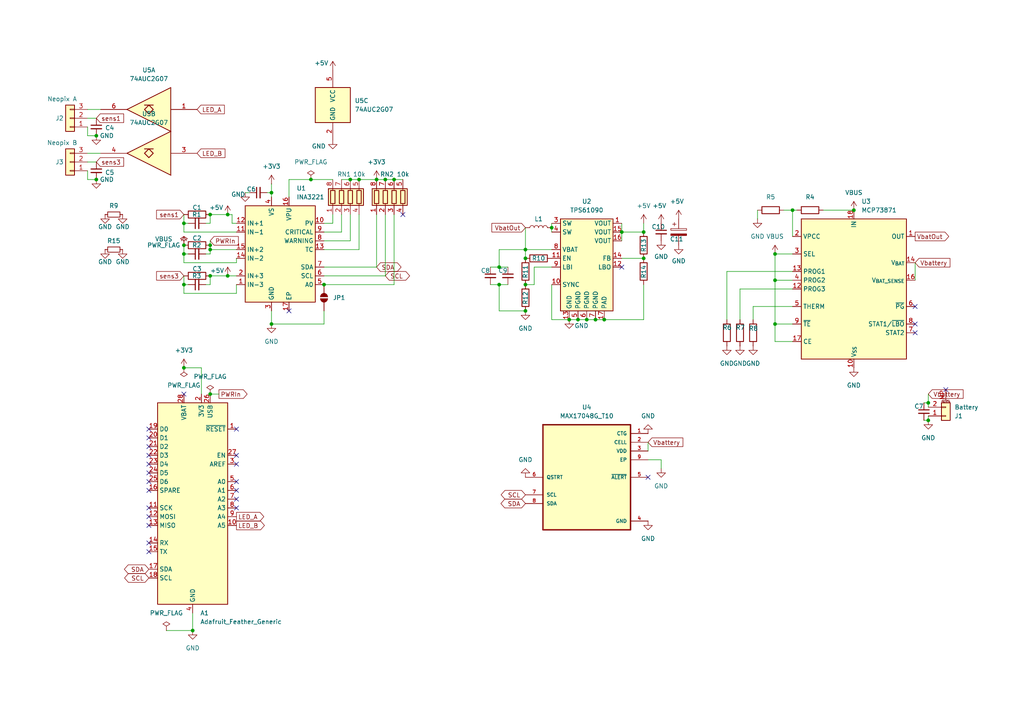
<source format=kicad_sch>
(kicad_sch (version 20231120) (generator "eeschema") (generator_version "8.0")
  (paper "A4")
  (lib_symbols
    (symbol "74xGxx:74AUC2G07"
      (property "Reference" "U" (at -2.54 3.81 0))
      (property "Value" "74AUC2G07" (at 0 -3.81 0))
      (symbol "74AUC2G07_1_1"
        (polyline (pts (xy -2.54 -1.27) (xy 0 -1.27)) (stroke (width 0.254)) (fill (type background)))
        (polyline (pts (xy -7.62 6.35) (xy -7.62 -6.35) (xy 5.08 0) (xy -7.62 6.35)) (stroke (width 0.254)) (fill (type background)))
        (polyline (pts (xy -1.27 1.27) (xy -2.54 0) (xy -1.27 -1.27) (xy 0 0) (xy -1.27 1.27)) (stroke (width 0.254)) (fill (type background)))
        (pin input line (at -15.24 0 0) (length 7.62) (name "~") (number "1"))
        (pin open_collector line (at 12.7 0 180) (length 7.62) (name "~") (number "6"))
      )
      (symbol "74AUC2G07_2_1"
        (polyline (pts (xy -2.54 -1.27) (xy 0 -1.27)) (stroke (width 0.254)) (fill (type background)))
        (polyline (pts (xy -7.62 6.35) (xy -7.62 -6.35) (xy 5.08 0) (xy -7.62 6.35)) (stroke (width 0.254)) (fill (type background)))
        (polyline (pts (xy -1.27 1.27) (xy -2.54 0) (xy -1.27 -1.27) (xy 0 0) (xy -1.27 1.27)) (stroke (width 0.254)) (fill (type background)))
        (pin input line (at -15.24 0 0) (length 7.62) (name "~") (number "3"))
        (pin open_collector line (at 12.7 0 180) (length 7.62) (name "~") (number "4"))
      )
      (symbol "74AUC2G07_3_0"
        (rectangle (start -5.08 -5.08) (end 5.08 5.08) (stroke (width 0.254)) (fill (type background)))
      )
      (symbol "74AUC2G07_3_1"
        (pin power_in line (at 0 -10.16 90) (length 5.08) (name "GND") (number "2"))
        (pin power_in line (at 0 10.16 270) (length 5.08) (name "VCC") (number "5"))
      )
    )
    (symbol "Battery_Management:MCP73871"
      (property "Reference" "U" (at -7.62 24.13 0))
      (property "Value" "MCP73871" (at -15.24 21.59 0))
      (symbol "MCP73871_0_1"
        (rectangle (start -15.24 20.32) (end 15.24 -20.32) (stroke (width 0.254)) (fill (type background)))
      )
      (symbol "MCP73871_1_1"
        (pin power_out line (at 17.78 15.24 180) (length 2.54) (name "OUT") (number "1"))
        (pin power_in line (at 0 -22.86 90) (length 2.54) (name "V_{SS}") (number "10"))
        (pin passive line (at 0 -22.86 90) (length 2.54) hide (name "V_{SS}") (number "11"))
        (pin bidirectional line (at -17.78 0 0) (length 2.54) (name "PROG3") (number "12"))
        (pin bidirectional line (at -17.78 5.08 0) (length 2.54) (name "PROG1") (number "13"))
        (pin power_out line (at 17.78 7.62 180) (length 2.54) (name "V_{BAT}") (number "14"))
        (pin passive line (at 17.78 7.62 180) (length 2.54) hide (name "V_{BAT}") (number "15"))
        (pin input line (at 17.78 2.54 180) (length 2.54) (name "V_{BAT_SENSE}") (number "16"))
        (pin input line (at -17.78 -15.24 0) (length 2.54) (name "CE") (number "17"))
        (pin power_in line (at 0 22.86 270) (length 2.54) (name "IN") (number "18"))
        (pin passive line (at 0 22.86 270) (length 2.54) hide (name "IN") (number "19"))
        (pin input line (at -17.78 15.24 0) (length 2.54) (name "VPCC") (number "2"))
        (pin passive line (at 17.78 15.24 180) (length 2.54) hide (name "OUT") (number "20"))
        (pin passive line (at 0 -22.86 90) (length 2.54) hide (name "V_{SS}") (number "21"))
        (pin input line (at -17.78 10.16 0) (length 2.54) (name "SEL") (number "3"))
        (pin input line (at -17.78 2.54 0) (length 2.54) (name "PROG2") (number "4"))
        (pin bidirectional line (at -17.78 -5.08 0) (length 2.54) (name "THERM") (number "5"))
        (pin open_collector line (at 17.78 -5.08 180) (length 2.54) (name "~{PG}") (number "6"))
        (pin open_collector line (at 17.78 -12.7 180) (length 2.54) (name "STAT2") (number "7"))
        (pin open_collector line (at 17.78 -10.16 180) (length 2.54) (name "STAT1/~{LBO}") (number "8"))
        (pin input line (at -17.78 -10.16 0) (length 2.54) (name "~{TE}") (number "9"))
      )
    )
    (symbol "Connector_Generic:Conn_01x03" (pin_names (offset 1.016) hide)
      (property "Reference" "J" (at 0 5.08 0))
      (property "Value" "Conn_01x03" (at 0 -5.08 0))
      (symbol "Conn_01x03_1_1"
        (rectangle (start -1.27 -2.413) (end 0 -2.667) (stroke (width 0.1524)))
        (rectangle (start -1.27 0.127) (end 0 -0.127) (stroke (width 0.1524)))
        (rectangle (start -1.27 2.667) (end 0 2.413) (stroke (width 0.1524)))
        (rectangle (start -1.27 3.81) (end 1.27 -3.81) (stroke (width 0.254)) (fill (type background)))
        (pin passive line (at -5.08 2.54 0) (length 3.81) (name "Pin_1") (number "1"))
        (pin passive line (at -5.08 0 0) (length 3.81) (name "Pin_2") (number "2"))
        (pin passive line (at -5.08 -2.54 0) (length 3.81) (name "Pin_3") (number "3"))
      )
    )
    (symbol "Connector_Generic_MountingPin:Conn_01x02_MountingPin" (pin_names (offset 1.016) hide)
      (property "Reference" "J" (at 0 2.54 0))
      (property "Value" "Conn_01x02_MountingPin" (at 1.27 -5.08 0))
      (symbol "Conn_01x02_MountingPin_1_1"
        (rectangle (start -1.27 -2.413) (end 0 -2.667) (stroke (width 0.1524)))
        (rectangle (start -1.27 0.127) (end 0 -0.127) (stroke (width 0.1524)))
        (rectangle (start -1.27 1.27) (end 1.27 -3.81) (stroke (width 0.254)) (fill (type background)))
        (polyline (pts (xy -1.016 -4.572) (xy 1.016 -4.572)) (stroke (width 0.1524)))
        (text "Mounting" (at 0 -4.191 0) (effects (font (size 0.381 0.381))))
        (pin passive line (at -5.08 0 0) (length 3.81) (name "Pin_1") (number "1"))
        (pin passive line (at -5.08 -2.54 0) (length 3.81) (name "Pin_2") (number "2"))
        (pin passive line (at 0 -7.62 90) (length 3.048) (name "MountPin") (number "MP"))
      )
    )
    (symbol "Device:C_Polarized" (pin_numbers hide) (pin_names (offset 0.254))
      (property "Reference" "C" (at 0.635 2.54 0))
      (property "Value" "C_Polarized" (at 0.635 -2.54 0))
      (symbol "C_Polarized_0_1"
        (rectangle (start -2.286 0.508) (end 2.286 1.016))
        (polyline (pts (xy -1.778 2.286) (xy -0.762 2.286)))
        (polyline (pts (xy -1.27 2.794) (xy -1.27 1.778)))
        (rectangle (start 2.286 -0.508) (end -2.286 -1.016) (fill (type outline)))
      )
      (symbol "C_Polarized_1_1"
        (pin passive line (at 0 3.81 270) (length 2.794) (name "~") (number "1"))
        (pin passive line (at 0 -3.81 90) (length 2.794) (name "~") (number "2"))
      )
    )
    (symbol "Device:C_Small" (pin_numbers hide) (pin_names (offset 0.254) hide)
      (property "Reference" "C" (at 0.254 1.778 0))
      (property "Value" "C_Small" (at 0.254 -2.032 0))
      (symbol "C_Small_0_1"
        (polyline (pts (xy -1.524 -0.508) (xy 1.524 -0.508)) (stroke (width 0.3302)))
        (polyline (pts (xy -1.524 0.508) (xy 1.524 0.508)) (stroke (width 0.3048)))
      )
      (symbol "C_Small_1_1"
        (pin passive line (at 0 2.54 270) (length 2.032) (name "~") (number "1"))
        (pin passive line (at 0 -2.54 90) (length 2.032) (name "~") (number "2"))
      )
    )
    (symbol "Device:L" (pin_numbers hide) (pin_names (offset 1.016) hide)
      (property "Reference" "L" (at -1.27 0 90))
      (property "Value" "L" (at 1.905 0 90))
      (symbol "L_0_1"
        (arc (start 0 -2.54) (mid 0.6323 -1.905) (end 0 -1.27))
        (arc (start 0 -1.27) (mid 0.6323 -0.635) (end 0 0))
        (arc (start 0 0) (mid 0.6323 0.635) (end 0 1.27))
        (arc (start 0 1.27) (mid 0.6323 1.905) (end 0 2.54))
      )
      (symbol "L_1_1"
        (pin passive line (at 0 3.81 270) (length 1.27) (name "1") (number "1"))
        (pin passive line (at 0 -3.81 90) (length 1.27) (name "2") (number "2"))
      )
    )
    (symbol "Device:R" (pin_numbers hide) (pin_names (offset 0))
      (property "Reference" "R" (at 2.032 0 90))
      (property "Value" "R" (at 0 0 90))
      (symbol "R_0_1"
        (rectangle (start -1.016 -2.54) (end 1.016 2.54) (stroke (width 0.254)))
      )
      (symbol "R_1_1"
        (pin passive line (at 0 3.81 270) (length 1.27) (name "~") (number "1"))
        (pin passive line (at 0 -3.81 90) (length 1.27) (name "~") (number "2"))
      )
    )
    (symbol "Device:R_Pack04" (pin_names (offset 0) hide)
      (property "Reference" "RN" (at -7.62 0 90))
      (property "Value" "R_Pack04" (at 5.08 0 90))
      (symbol "R_Pack04_0_1"
        (rectangle (start -6.35 -2.413) (end 3.81 2.413) (stroke (width 0.254)) (fill (type background)))
        (rectangle (start -5.715 1.905) (end -4.445 -1.905) (stroke (width 0.254)))
        (rectangle (start -3.175 1.905) (end -1.905 -1.905) (stroke (width 0.254)))
        (rectangle (start -0.635 1.905) (end 0.635 -1.905) (stroke (width 0.254)))
        (polyline (pts (xy -5.08 -2.54) (xy -5.08 -1.905)))
        (polyline (pts (xy -5.08 1.905) (xy -5.08 2.54)))
        (polyline (pts (xy -2.54 -2.54) (xy -2.54 -1.905)))
        (polyline (pts (xy -2.54 1.905) (xy -2.54 2.54)))
        (polyline (pts (xy 0 -2.54) (xy 0 -1.905)))
        (polyline (pts (xy 0 1.905) (xy 0 2.54)))
        (polyline (pts (xy 2.54 -2.54) (xy 2.54 -1.905)))
        (polyline (pts (xy 2.54 1.905) (xy 2.54 2.54)))
        (rectangle (start 1.905 1.905) (end 3.175 -1.905) (stroke (width 0.254)))
      )
      (symbol "R_Pack04_1_1"
        (pin passive line (at -5.08 -5.08 90) (length 2.54) (name "R1.1") (number "1"))
        (pin passive line (at -2.54 -5.08 90) (length 2.54) (name "R2.1") (number "2"))
        (pin passive line (at 0 -5.08 90) (length 2.54) (name "R3.1") (number "3"))
        (pin passive line (at 2.54 -5.08 90) (length 2.54) (name "R4.1") (number "4"))
        (pin passive line (at 2.54 5.08 270) (length 2.54) (name "R4.2") (number "5"))
        (pin passive line (at 0 5.08 270) (length 2.54) (name "R3.2") (number "6"))
        (pin passive line (at -2.54 5.08 270) (length 2.54) (name "R2.2") (number "7"))
        (pin passive line (at -5.08 5.08 270) (length 2.54) (name "R1.2") (number "8"))
      )
    )
    (symbol "Device:R_Small" (pin_numbers hide) (pin_names (offset 0.254) hide)
      (property "Reference" "R" (at 0.762 0.508 0))
      (property "Value" "R_Small" (at 0.762 -1.016 0))
      (symbol "R_Small_0_1"
        (rectangle (start -0.762 1.778) (end 0.762 -1.778) (stroke (width 0.2032)))
      )
      (symbol "R_Small_1_1"
        (pin passive line (at 0 2.54 270) (length 0.762) (name "~") (number "1"))
        (pin passive line (at 0 -2.54 90) (length 0.762) (name "~") (number "2"))
      )
    )
    (symbol "Jumper:SolderJumper_2_Open" (pin_numbers hide) (pin_names (offset 0) hide) (exclude_from_sim yes) (in_bom no)
      (property "Reference" "JP" (at 0 2.032 0))
      (property "Value" "SolderJumper_2_Open" (at 0 -2.54 0))
      (symbol "SolderJumper_2_Open_0_1"
        (arc (start -0.254 1.016) (mid -1.2656 0) (end -0.254 -1.016))
        (arc (start -0.254 1.016) (mid -1.2656 0) (end -0.254 -1.016) (fill (type outline)))
        (polyline (pts (xy -0.254 1.016) (xy -0.254 -1.016)))
        (polyline (pts (xy 0.254 1.016) (xy 0.254 -1.016)))
        (arc (start 0.254 -1.016) (mid 1.2656 0) (end 0.254 1.016))
        (arc (start 0.254 -1.016) (mid 1.2656 0) (end 0.254 1.016) (fill (type outline)))
      )
      (symbol "SolderJumper_2_Open_1_1"
        (pin passive line (at -3.81 0 0) (length 2.54) (name "A") (number "1"))
        (pin passive line (at 3.81 0 180) (length 2.54) (name "B") (number "2"))
      )
    )
    (symbol "MAX17048G_T10:MAX17048G_T10" (pin_names (offset 1.016))
      (property "Reference" "U4" (at 0 20.32 0))
      (property "Value" "MAX17048G_T10" (at 0 17.78 0))
      (symbol "MAX17048G_T10_0_0"
        (rectangle (start -12.7 -15.24) (end 12.7 15.24) (stroke (width 0.41)) (fill (type background)))
        (pin power_in line (at 17.78 12.7 180) (length 5.08) (name "CTG") (number "1"))
        (pin power_in line (at 17.78 10.16 180) (length 5.08) (name "CELL") (number "2"))
        (pin power_in line (at 17.78 7.62 180) (length 5.08) (name "VDD") (number "3"))
        (pin power_in line (at 17.78 -12.7 180) (length 5.08) (name "GND") (number "4"))
        (pin output line (at 17.78 0 180) (length 5.08) (name "~{ALERT}") (number "5"))
        (pin input line (at -17.78 0 0) (length 5.08) (name "QSTRT") (number "6"))
        (pin input line (at -17.78 -5.08 0) (length 5.08) (name "SCL") (number "7"))
        (pin bidirectional line (at -17.78 -7.62 0) (length 5.08) (name "SDA") (number "8"))
        (pin power_in line (at 17.78 5.08 180) (length 5.08) (name "EP") (number "9"))
      )
    )
    (symbol "MCU_Module:Adafruit_Feather_Generic"
      (property "Reference" "A" (at -10.16 29.21 0))
      (property "Value" "Adafruit_Feather_Generic" (at 2.54 -31.75 0))
      (symbol "Adafruit_Feather_Generic_0_1"
        (rectangle (start -10.16 27.94) (end 10.16 -30.48) (stroke (width 0.254)) (fill (type background)))
      )
      (symbol "Adafruit_Feather_Generic_1_1"
        (pin input line (at 12.7 20.32 180) (length 2.54) (name "~{RESET}") (number "1"))
        (pin bidirectional line (at 12.7 -7.62 180) (length 2.54) (name "A5") (number "10"))
        (pin bidirectional line (at -12.7 -2.54 0) (length 2.54) (name "SCK") (number "11"))
        (pin bidirectional line (at -12.7 -5.08 0) (length 2.54) (name "MOSI") (number "12"))
        (pin bidirectional line (at -12.7 -7.62 0) (length 2.54) (name "MISO") (number "13"))
        (pin bidirectional line (at -12.7 -12.7 0) (length 2.54) (name "RX") (number "14"))
        (pin bidirectional line (at -12.7 -15.24 0) (length 2.54) (name "TX") (number "15"))
        (pin bidirectional line (at -12.7 2.54 0) (length 2.54) (name "SPARE") (number "16"))
        (pin bidirectional line (at -12.7 -20.32 0) (length 2.54) (name "SDA") (number "17"))
        (pin bidirectional line (at -12.7 -22.86 0) (length 2.54) (name "SCL") (number "18"))
        (pin bidirectional line (at -12.7 20.32 0) (length 2.54) (name "D0") (number "19"))
        (pin power_in line (at 2.54 30.48 270) (length 2.54) (name "3V3") (number "2"))
        (pin bidirectional line (at -12.7 17.78 0) (length 2.54) (name "D1") (number "20"))
        (pin bidirectional line (at -12.7 15.24 0) (length 2.54) (name "D2") (number "21"))
        (pin bidirectional line (at -12.7 12.7 0) (length 2.54) (name "D3") (number "22"))
        (pin bidirectional line (at -12.7 10.16 0) (length 2.54) (name "D4") (number "23"))
        (pin bidirectional line (at -12.7 7.62 0) (length 2.54) (name "D5") (number "24"))
        (pin bidirectional line (at -12.7 5.08 0) (length 2.54) (name "D6") (number "25"))
        (pin power_in line (at 5.08 30.48 270) (length 2.54) (name "USB") (number "26"))
        (pin input line (at 12.7 12.7 180) (length 2.54) (name "EN") (number "27"))
        (pin power_in line (at -2.54 30.48 270) (length 2.54) (name "VBAT") (number "28"))
        (pin input line (at 12.7 10.16 180) (length 2.54) (name "AREF") (number "3"))
        (pin power_in line (at 0 -33.02 90) (length 2.54) (name "GND") (number "4"))
        (pin bidirectional line (at 12.7 5.08 180) (length 2.54) (name "A0") (number "5"))
        (pin bidirectional line (at 12.7 2.54 180) (length 2.54) (name "A1") (number "6"))
        (pin bidirectional line (at 12.7 0 180) (length 2.54) (name "A2") (number "7"))
        (pin bidirectional line (at 12.7 -2.54 180) (length 2.54) (name "A3") (number "8"))
        (pin bidirectional line (at 12.7 -5.08 180) (length 2.54) (name "A4") (number "9"))
      )
    )
    (symbol "Power_Management:INA3221"
      (property "Reference" "U" (at -10.16 17.78 0))
      (property "Value" "INA3221" (at 5.08 17.78 0))
      (symbol "INA3221_0_1"
        (rectangle (start 10.16 -12.7) (end -10.16 15.24) (stroke (width 0.254)) (fill (type background)))
      )
      (symbol "INA3221_1_1"
        (pin input line (at -12.7 -7.62 0) (length 2.54) (name "IN-3") (number "1"))
        (pin open_collector line (at 12.7 10.16 180) (length 2.54) (name "PV") (number "10"))
        (pin input line (at -12.7 7.62 0) (length 2.54) (name "IN-1") (number "11"))
        (pin input line (at -12.7 10.16 0) (length 2.54) (name "IN+1") (number "12"))
        (pin open_collector line (at 12.7 2.54 180) (length 2.54) (name "TC") (number "13"))
        (pin input line (at -12.7 0 0) (length 2.54) (name "IN-2") (number "14"))
        (pin input line (at -12.7 2.54 0) (length 2.54) (name "IN+2") (number "15"))
        (pin power_in line (at 2.54 17.78 270) (length 2.54) (name "VPU") (number "16"))
        (pin passive line (at 2.54 -15.24 90) (length 2.54) (name "EP") (number "17"))
        (pin input line (at -12.7 -5.08 0) (length 2.54) (name "IN+3") (number "2"))
        (pin power_in line (at -2.54 -15.24 90) (length 2.54) (name "GND") (number "3"))
        (pin power_in line (at -2.54 17.78 270) (length 2.54) (name "VS") (number "4"))
        (pin input line (at 12.7 -7.62 180) (length 2.54) (name "A0") (number "5"))
        (pin input line (at 12.7 -5.08 180) (length 2.54) (name "SCL") (number "6"))
        (pin bidirectional line (at 12.7 -2.54 180) (length 2.54) (name "SDA") (number "7"))
        (pin open_collector line (at 12.7 5.08 180) (length 2.54) (name "WARNING") (number "8"))
        (pin open_collector line (at 12.7 7.62 180) (length 2.54) (name "CRITICAL") (number "9"))
      )
    )
    (symbol "Regulator_Switching:TPS61090"
      (property "Reference" "U" (at -7.62 15.24 0))
      (property "Value" "TPS61090" (at 1.27 15.24 0))
      (symbol "TPS61090_0_0"
        (pin power_out line (at 10.16 12.7 180) (length 2.54) (name "VOUT") (number "1"))
        (pin input line (at -10.16 -5.08 0) (length 2.54) (name "SYNC") (number "10"))
        (pin input line (at -10.16 2.54 0) (length 2.54) (name "EN") (number "11"))
        (pin open_collector line (at 10.16 0 180) (length 2.54) (name "LBO") (number "12"))
        (pin power_in line (at -5.08 -15.24 90) (length 2.54) (name "GND") (number "13"))
        (pin input line (at 10.16 2.54 180) (length 2.54) (name "FB") (number "14"))
        (pin passive line (at 10.16 10.16 180) (length 2.54) (name "VOUT") (number "15"))
        (pin passive line (at 10.16 7.62 180) (length 2.54) (name "VOUT") (number "16"))
        (pin power_in line (at 5.08 -15.24 90) (length 2.54) (name "PAD") (number "17"))
        (pin no_connect line (at 10.16 -5.08 180) (length 2.54) hide (name "NC") (number "2"))
        (pin passive line (at -10.16 12.7 0) (length 2.54) (name "SW") (number "3"))
        (pin passive line (at -10.16 10.16 0) (length 2.54) (name "SW") (number "4"))
        (pin power_in line (at -2.54 -15.24 90) (length 2.54) (name "PGND") (number "5"))
        (pin power_in line (at 0 -15.24 90) (length 2.54) (name "PGND") (number "6"))
        (pin power_in line (at 2.54 -15.24 90) (length 2.54) (name "PGND") (number "7"))
        (pin power_in line (at -10.16 5.08 0) (length 2.54) (name "VBAT") (number "8"))
        (pin input line (at -10.16 0 0) (length 2.54) (name "LBI") (number "9"))
      )
      (symbol "TPS61090_0_1"
        (rectangle (start -7.62 13.97) (end 7.62 -12.7) (stroke (width 0.254)) (fill (type background)))
      )
    )
    (symbol "power:+3V3" (power) (pin_numbers hide) (pin_names (offset 0) hide)
      (property "Value" "+3V3" (at 0 3.556 0))
      (symbol "+3V3_0_1"
        (polyline (pts (xy -0.762 1.27) (xy 0 2.54)))
        (polyline (pts (xy 0 0) (xy 0 2.54)))
        (polyline (pts (xy 0 2.54) (xy 0.762 1.27)))
      )
      (symbol "+3V3_1_1"
        (pin power_in line (at 0 0 90) (length 0) (name "~") (number "1"))
      )
    )
    (symbol "power:+5V" (power) (pin_numbers hide) (pin_names (offset 0) hide)
      (property "Value" "+5V" (at 0 3.556 0))
      (symbol "+5V_0_1"
        (polyline (pts (xy -0.762 1.27) (xy 0 2.54)))
        (polyline (pts (xy 0 0) (xy 0 2.54)))
        (polyline (pts (xy 0 2.54) (xy 0.762 1.27)))
      )
      (symbol "+5V_1_1"
        (pin power_in line (at 0 0 90) (length 0) (name "~") (number "1"))
      )
    )
    (symbol "power:GND" (power) (pin_numbers hide) (pin_names (offset 0) hide)
      (property "Value" "GND" (at 0 -3.81 0))
      (symbol "GND_0_1"
        (polyline (pts (xy 0 0) (xy 0 -1.27) (xy 1.27 -1.27) (xy 0 -2.54) (xy -1.27 -1.27) (xy 0 -1.27)))
      )
      (symbol "GND_1_1"
        (pin power_in line (at 0 0 270) (length 0) (name "~") (number "1"))
      )
    )
    (symbol "power:PWR_FLAG" (power) (pin_numbers hide) (pin_names (offset 0) hide)
      (property "Value" "PWR_FLAG" (at 0 3.81 0))
      (symbol "PWR_FLAG_0_0"
        (pin power_out line (at 0 0 90) (length 0) (name "~") (number "1"))
      )
      (symbol "PWR_FLAG_0_1"
        (polyline (pts (xy 0 0) (xy 0 1.27) (xy -1.016 1.905) (xy 0 2.54) (xy 1.016 1.905) (xy 0 1.27)))
      )
    )
    (symbol "power:VBUS" (power) (pin_numbers hide) (pin_names (offset 0) hide)
      (property "Value" "VBUS" (at 0 3.556 0))
      (symbol "VBUS_0_1"
        (polyline (pts (xy -0.762 1.27) (xy 0 2.54)))
        (polyline (pts (xy 0 0) (xy 0 2.54)))
        (polyline (pts (xy 0 2.54) (xy 0.762 1.27)))
      )
      (symbol "VBUS_1_1"
        (pin power_in line (at 0 0 90) (length 0) (name "~") (number "1"))
      )
    )
  )
  (junction (at 53.34 64.77))
  (junction (at 109.22 52.07))
  (junction (at 224.79 73.66))
  (junction (at 224.79 93.98))
  (junction (at 152.4 74.93))
  (junction (at 60.96 72.39))
  (junction (at 152.4 82.55))
  (junction (at 104.14 52.07))
  (junction (at 269.24 121.92))
  (junction (at 269.24 116.84))
  (junction (at 53.34 82.55))
  (junction (at 53.34 73.66))
  (junction (at 186.69 67.31))
  (junction (at 180.34 67.31))
  (junction (at 101.6 52.07))
  (junction (at 170.18 92.71))
  (junction (at 152.4 90.17))
  (junction (at 78.74 55.88))
  (junction (at 175.26 92.71))
  (junction (at 66.04 62.23))
  (junction (at 60.96 80.01))
  (junction (at 144.78 77.47))
  (junction (at 114.3 52.07))
  (junction (at 111.76 52.07))
  (junction (at 165.1 92.71))
  (junction (at 55.88 182.88))
  (junction (at 78.74 93.98))
  (junction (at 53.34 71.12))
  (junction (at 27.94 52.07))
  (junction (at 27.94 39.37))
  (junction (at 167.64 92.71))
  (junction (at 247.65 60.96))
  (junction (at 93.98 82.55))
  (junction (at 144.78 82.55))
  (junction (at 90.17 52.07))
  (junction (at 53.34 106.68))
  (junction (at 66.04 80.01))
  (junction (at 152.4 72.39))
  (junction (at 60.96 62.23))
  (junction (at 229.87 60.96))
  (junction (at 60.96 71.12))
  (junction (at 186.69 74.93))
  (junction (at 160.02 66.04))
  (junction (at 60.96 114.3))
  (junction (at 172.72 92.71))
  (junction (at 224.79 81.28))
  (no_connect (at 43.18 142.24))
  (no_connect (at 265.43 96.52))
  (no_connect (at 83.82 90.17))
  (no_connect (at 43.18 149.86))
  (no_connect (at 43.18 157.48))
  (no_connect (at 68.58 132.08))
  (no_connect (at 43.18 160.02))
  (no_connect (at 43.18 137.16))
  (no_connect (at 274.32 113.03))
  (no_connect (at 68.58 144.78))
  (no_connect (at 68.58 147.32))
  (no_connect (at 68.58 134.62))
  (no_connect (at 68.58 124.46))
  (no_connect (at 43.18 132.08))
  (no_connect (at 43.18 147.32))
  (no_connect (at 180.34 77.47))
  (no_connect (at 265.43 88.9))
  (no_connect (at 43.18 129.54))
  (no_connect (at 68.58 139.7))
  (no_connect (at 43.18 127))
  (no_connect (at 116.84 62.23))
  (no_connect (at 187.96 138.43))
  (no_connect (at 43.18 124.46))
  (no_connect (at 265.43 93.98))
  (no_connect (at 43.18 139.7))
  (no_connect (at 53.34 114.3))
  (no_connect (at 43.18 134.62))
  (no_connect (at 43.18 152.4))
  (no_connect (at 68.58 142.24))
  (wire (pts (xy 104.14 72.39) (xy 104.14 62.23)))
  (wire (pts (xy 53.34 67.31) (xy 53.34 64.77)))
  (wire (pts (xy 53.34 64.77) (xy 54.61 64.77)))
  (wire (pts (xy 144.78 82.55) (xy 147.32 82.55)))
  (wire (pts (xy 93.98 77.47) (xy 109.22 77.47)))
  (wire (pts (xy 68.58 74.93) (xy 68.58 76.2)))
  (wire (pts (xy 78.74 53.34) (xy 78.74 55.88)))
  (wire (pts (xy 152.4 66.04) (xy 152.4 72.39)))
  (wire (pts (xy 160.02 64.77) (xy 160.02 66.04)))
  (wire (pts (xy 77.47 55.88) (xy 78.74 55.88)))
  (wire (pts (xy 83.82 52.07) (xy 83.82 57.15)))
  (wire (pts (xy 224.79 81.28) (xy 229.87 81.28)))
  (wire (pts (xy 48.26 182.88) (xy 55.88 182.88)))
  (wire (pts (xy 25.4 44.45) (xy 29.21 44.45)))
  (wire (pts (xy 71.12 55.88) (xy 72.39 55.88)))
  (wire (pts (xy 60.96 69.85) (xy 60.96 71.12)))
  (wire (pts (xy 269.24 114.3) (xy 269.24 116.84)))
  (wire (pts (xy 53.34 85.09) (xy 53.34 82.55)))
  (wire (pts (xy 144.78 72.39) (xy 152.4 72.39)))
  (wire (pts (xy 60.96 72.39) (xy 60.96 71.12)))
  (wire (pts (xy 175.26 92.71) (xy 186.69 92.71)))
  (wire (pts (xy 180.34 67.31) (xy 180.34 69.85)))
  (wire (pts (xy 25.4 52.07) (xy 27.94 52.07)))
  (wire (pts (xy 186.69 92.71) (xy 186.69 82.55)))
  (wire (pts (xy 96.52 64.77) (xy 96.52 62.23)))
  (wire (pts (xy 218.44 88.9) (xy 229.87 88.9)))
  (wire (pts (xy 269.24 120.65) (xy 269.24 121.92)))
  (wire (pts (xy 53.34 82.55) (xy 54.61 82.55)))
  (wire (pts (xy 93.98 64.77) (xy 96.52 64.77)))
  (wire (pts (xy 59.69 82.55) (xy 60.96 82.55)))
  (wire (pts (xy 93.98 93.98) (xy 78.74 93.98)))
  (wire (pts (xy 224.79 99.06) (xy 224.79 93.98)))
  (wire (pts (xy 186.69 67.31) (xy 186.69 64.77)))
  (wire (pts (xy 229.87 99.06) (xy 224.79 99.06)))
  (wire (pts (xy 25.4 36.83) (xy 25.4 39.37)))
  (wire (pts (xy 25.4 49.53) (xy 25.4 52.07)))
  (wire (pts (xy 210.82 78.74) (xy 229.87 78.74)))
  (wire (pts (xy 53.34 73.66) (xy 53.34 76.2)))
  (wire (pts (xy 93.98 82.55) (xy 114.3 82.55)))
  (wire (pts (xy 224.79 93.98) (xy 224.79 81.28)))
  (wire (pts (xy 265.43 76.2) (xy 265.43 81.28)))
  (wire (pts (xy 152.4 72.39) (xy 160.02 72.39)))
  (wire (pts (xy 114.3 62.23) (xy 114.3 82.55)))
  (wire (pts (xy 180.34 64.77) (xy 180.34 67.31)))
  (wire (pts (xy 93.98 80.01) (xy 111.76 80.01)))
  (wire (pts (xy 60.96 64.77) (xy 60.96 62.23)))
  (wire (pts (xy 267.97 116.84) (xy 269.24 116.84)))
  (wire (pts (xy 60.96 82.55) (xy 60.96 80.01)))
  (wire (pts (xy 78.74 93.98) (xy 78.74 90.17)))
  (wire (pts (xy 175.26 92.71) (xy 172.72 92.71)))
  (wire (pts (xy 93.98 67.31) (xy 99.06 67.31)))
  (wire (pts (xy 101.6 52.07) (xy 104.14 52.07)))
  (wire (pts (xy 25.4 39.37) (xy 27.94 39.37)))
  (wire (pts (xy 152.4 90.17) (xy 144.78 90.17)))
  (wire (pts (xy 93.98 90.17) (xy 93.98 93.98)))
  (wire (pts (xy 160.02 77.47) (xy 154.94 77.47)))
  (wire (pts (xy 29.21 31.75) (xy 25.4 31.75)))
  (wire (pts (xy 68.58 67.31) (xy 53.34 67.31)))
  (wire (pts (xy 219.71 60.96) (xy 219.71 63.5)))
  (wire (pts (xy 218.44 92.71) (xy 218.44 88.9)))
  (wire (pts (xy 187.96 133.35) (xy 191.77 133.35)))
  (wire (pts (xy 60.96 72.39) (xy 68.58 72.39)))
  (wire (pts (xy 238.76 60.96) (xy 247.65 60.96)))
  (wire (pts (xy 59.69 64.77) (xy 60.96 64.77)))
  (wire (pts (xy 104.14 52.07) (xy 109.22 52.07)))
  (wire (pts (xy 96.52 52.07) (xy 90.17 52.07)))
  (wire (pts (xy 93.98 69.85) (xy 101.6 69.85)))
  (wire (pts (xy 229.87 60.96) (xy 229.87 68.58)))
  (wire (pts (xy 144.78 77.47) (xy 147.32 77.47)))
  (wire (pts (xy 227.33 60.96) (xy 229.87 60.96)))
  (wire (pts (xy 60.96 62.23) (xy 66.04 62.23)))
  (wire (pts (xy 53.34 73.66) (xy 54.61 73.66)))
  (wire (pts (xy 154.94 77.47) (xy 154.94 82.55)))
  (wire (pts (xy 224.79 73.66) (xy 229.87 73.66)))
  (wire (pts (xy 67.31 64.77) (xy 68.58 64.77)))
  (wire (pts (xy 55.88 177.8) (xy 55.88 182.88)))
  (wire (pts (xy 93.98 72.39) (xy 104.14 72.39)))
  (wire (pts (xy 210.82 92.71) (xy 210.82 78.74)))
  (wire (pts (xy 214.63 92.71) (xy 214.63 83.82)))
  (wire (pts (xy 142.24 82.55) (xy 144.78 82.55)))
  (wire (pts (xy 229.87 60.96) (xy 231.14 60.96)))
  (wire (pts (xy 101.6 69.85) (xy 101.6 62.23)))
  (wire (pts (xy 167.64 92.71) (xy 165.1 92.71)))
  (wire (pts (xy 68.58 76.2) (xy 53.34 76.2)))
  (wire (pts (xy 67.31 62.23) (xy 67.31 64.77)))
  (wire (pts (xy 90.17 52.07) (xy 83.82 52.07)))
  (wire (pts (xy 99.06 67.31) (xy 99.06 62.23)))
  (wire (pts (xy 66.04 80.01) (xy 68.58 80.01)))
  (wire (pts (xy 214.63 83.82) (xy 229.87 83.82)))
  (wire (pts (xy 53.34 62.23) (xy 53.34 64.77)))
  (wire (pts (xy 60.96 114.3) (xy 63.5 114.3)))
  (wire (pts (xy 267.97 121.92) (xy 269.24 121.92)))
  (wire (pts (xy 160.02 92.71) (xy 160.02 82.55)))
  (wire (pts (xy 99.06 52.07) (xy 101.6 52.07)))
  (wire (pts (xy 152.4 72.39) (xy 152.4 74.93)))
  (wire (pts (xy 154.94 82.55) (xy 152.4 82.55)))
  (wire (pts (xy 53.34 71.12) (xy 53.34 73.66)))
  (wire (pts (xy 53.34 80.01) (xy 53.34 82.55)))
  (wire (pts (xy 59.69 73.66) (xy 60.96 73.66)))
  (wire (pts (xy 144.78 90.17) (xy 144.78 82.55)))
  (wire (pts (xy 269.24 116.84) (xy 269.24 118.11)))
  (wire (pts (xy 144.78 77.47) (xy 144.78 72.39)))
  (wire (pts (xy 60.96 80.01) (xy 66.04 80.01)))
  (wire (pts (xy 25.4 46.99) (xy 27.94 46.99)))
  (wire (pts (xy 224.79 81.28) (xy 224.79 73.66)))
  (wire (pts (xy 25.4 34.29) (xy 27.94 34.29)))
  (wire (pts (xy 58.42 106.68) (xy 53.34 106.68)))
  (wire (pts (xy 60.96 73.66) (xy 60.96 72.39)))
  (wire (pts (xy 160.02 66.04) (xy 160.02 67.31)))
  (wire (pts (xy 109.22 77.47) (xy 109.22 62.23)))
  (wire (pts (xy 170.18 92.71) (xy 167.64 92.71)))
  (wire (pts (xy 68.58 85.09) (xy 53.34 85.09)))
  (wire (pts (xy 172.72 92.71) (xy 170.18 92.71)))
  (wire (pts (xy 111.76 80.01) (xy 111.76 62.23)))
  (wire (pts (xy 180.34 74.93) (xy 186.69 74.93)))
  (wire (pts (xy 142.24 77.47) (xy 144.78 77.47)))
  (wire (pts (xy 114.3 52.07) (xy 116.84 52.07)))
  (wire (pts (xy 66.04 62.23) (xy 67.31 62.23)))
  (wire (pts (xy 111.76 52.07) (xy 114.3 52.07)))
  (wire (pts (xy 68.58 82.55) (xy 68.58 85.09)))
  (wire (pts (xy 191.77 133.35) (xy 191.77 135.89)))
  (wire (pts (xy 187.96 128.27) (xy 187.96 130.81)))
  (wire (pts (xy 224.79 93.98) (xy 229.87 93.98)))
  (wire (pts (xy 58.42 106.68) (xy 58.42 114.3)))
  (wire (pts (xy 78.74 57.15) (xy 78.74 55.88)))
  (wire (pts (xy 109.22 52.07) (xy 111.76 52.07)))
  (wire (pts (xy 180.34 67.31) (xy 186.69 67.31)))
  (wire (pts (xy 165.1 92.71) (xy 160.02 92.71)))
  (global_label "LED_A" (shape output) (at 68.58 149.86 0) (property "Intersheetrefs" "${INTERSHEET_REFS}" (effects (hide yes))))
  (global_label "Vbattery" (shape input) (at 265.43 76.2 0) (property "Intersheetrefs" "${INTERSHEET_REFS}" (effects (hide yes))))
  (global_label "SDA" (shape bidirectional) (at 152.4 146.05 180) (property "Intersheetrefs" "${INTERSHEET_REFS}" (effects (hide yes))))
  (global_label "VbatOut" (shape input) (at 152.4 66.04 180) (property "Intersheetrefs" "${INTERSHEET_REFS}" (effects (hide yes))))
  (global_label "SCL" (shape bidirectional) (at 43.18 167.64 180) (property "Intersheetrefs" "${INTERSHEET_REFS}" (effects (hide yes))))
  (global_label "LED_A" (shape input) (at 57.15 31.75 0) (property "Intersheetrefs" "${INTERSHEET_REFS}" (effects (hide yes))))
  (global_label "SCL" (shape bidirectional) (at 111.76 80.01 0) (property "Intersheetrefs" "${INTERSHEET_REFS}" (effects (hide yes))))
  (global_label "LED_B" (shape input) (at 57.15 44.45 0) (property "Intersheetrefs" "${INTERSHEET_REFS}" (effects (hide yes))))
  (global_label "VbatOut" (shape output) (at 265.43 68.58 0) (property "Intersheetrefs" "${INTERSHEET_REFS}" (effects (hide yes))))
  (global_label "sens1" (shape input) (at 27.94 34.29 0) (property "Intersheetrefs" "${INTERSHEET_REFS}" (effects (hide yes))))
  (global_label "Vbattery" (shape input) (at 187.96 128.27 0) (property "Intersheetrefs" "${INTERSHEET_REFS}" (effects (hide yes))))
  (global_label "sens3" (shape input) (at 27.94 46.99 0) (property "Intersheetrefs" "${INTERSHEET_REFS}" (effects (hide yes))))
  (global_label "SDA" (shape bidirectional) (at 109.22 77.47 0) (property "Intersheetrefs" "${INTERSHEET_REFS}" (effects (hide yes))))
  (global_label "PWRIn" (shape input) (at 60.96 69.85 0) (property "Intersheetrefs" "${INTERSHEET_REFS}" (effects (hide yes))))
  (global_label "PWRIn" (shape output) (at 63.5 114.3 0) (property "Intersheetrefs" "${INTERSHEET_REFS}" (effects (hide yes))))
  (global_label "sens1" (shape input) (at 53.34 62.23 180) (property "Intersheetrefs" "${INTERSHEET_REFS}" (effects (hide yes))))
  (global_label "LED_B" (shape output) (at 68.58 152.4 0) (property "Intersheetrefs" "${INTERSHEET_REFS}" (effects (hide yes))))
  (global_label "Vbattery" (shape input) (at 269.24 114.3 0) (property "Intersheetrefs" "${INTERSHEET_REFS}" (effects (hide yes))))
  (global_label "sens3" (shape input) (at 53.34 80.01 180) (property "Intersheetrefs" "${INTERSHEET_REFS}" (effects (hide yes))))
  (global_label "SDA" (shape bidirectional) (at 43.18 165.1 180) (property "Intersheetrefs" "${INTERSHEET_REFS}" (effects (hide yes))))
  (global_label "SCL" (shape bidirectional) (at 152.4 143.51 180) (property "Intersheetrefs" "${INTERSHEET_REFS}" (effects (hide yes))))
  (symbol (lib_id "Device:C_Small") (at 74.93 55.88 90) (unit 1)
    (property "Reference" "C6" (at 72.898 54.864 90))
    (property "Value" "0.1uF" (effects (hide yes)))
    (property "Footprint" "Capacitor_SMD:C_0402_1005Metric" (effects (hide yes)))
    (property "Description" "Unpolarized capacitor, small symbol" (effects (hide yes)))
  )
  (symbol (lib_id "Device:R") (at 223.52 60.96 90) (unit 1)
    (property "Reference" "R5" (at 223.52 57.15 90))
    (property "Value" "100k" (effects (hide yes)))
    (property "Footprint" "Resistor_SMD:R_0402_1005Metric" (effects (hide yes)))
    (property "Description" "Resistor" (effects (hide yes)))
  )
  (symbol (lib_id "Connector_Generic_MountingPin:Conn_01x02_MountingPin") (at 274.32 120.65 0) (mirror x) (unit 1)
    (property "Reference" "J1" (at 276.86 120.6501 0) (effects (justify left)))
    (property "Value" "Battery" (at 276.86 118.1101 0) (effects (justify left)))
    (property "Footprint" "Connector_JST:JST_PH_B2B-PH-SM4-TB_1x02-1MP_P2.00mm_Vertical" (effects (hide yes)))
    (property "Description" "Generic connectable mounting pin connector, single row, 01x02, script generated (kicad-library-utils/schlib/autogen/connector/)" (effects (hide yes)))
  )
  (symbol (lib_id "power:GND") (at 165.1 92.71 0) (unit 1)
    (property "Reference" "#PWR07" (effects (hide yes)))
    (property "Value" "GND" (at 168.656 94.488 0))
    (property "Description" "Power symbol creates a global label with name \"GND\" , ground" (effects (hide yes)))
  )
  (symbol (lib_id "power:GND") (at 191.77 69.85 0) (unit 1)
    (property "Reference" "#PWR020" (effects (hide yes)))
    (property "Value" "GND" (at 191.77 74.422 0))
    (property "Description" "Power symbol creates a global label with name \"GND\" , ground" (effects (hide yes)))
  )
  (symbol (lib_id "power:GND") (at 187.96 151.13 0) (unit 1)
    (property "Reference" "#PWR024" (effects (hide yes)))
    (property "Value" "GND" (at 187.96 156.21 0))
    (property "Description" "Power symbol creates a global label with name \"GND\" , ground" (effects (hide yes)))
  )
  (symbol (lib_id "Device:R_Pack04") (at 101.6 57.15 0) (unit 1)
    (property "Reference" "RN1" (at 97.79 50.546 0) (effects (justify left)))
    (property "Value" "10k" (at 102.362 50.546 0) (effects (justify left)))
    (property "Footprint" "Resistor_SMD:R_Array_Convex_4x0612" (effects (hide yes)))
    (property "Description" "4 resistor network, parallel topology" (effects (hide yes)))
  )
  (symbol (lib_id "power:GND") (at 219.71 63.5 0) (unit 1)
    (property "Reference" "#PWR013" (effects (hide yes)))
    (property "Value" "GND" (at 219.71 68.58 0))
    (property "Description" "Power symbol creates a global label with name \"GND\" , ground" (effects (hide yes)))
  )
  (symbol (lib_id "MAX17048G_T10:MAX17048G_T10") (at 170.18 138.43 0) (unit 1)
    (property "Reference" "U4" (at 170.18 118.11 0))
    (property "Value" "MAX17048G_T10" (at 170.18 120.65 0))
    (property "Footprint" "MAX17048G_T10:SON50P200X200X80-9N" (effects (hide yes)))
  )
  (symbol (lib_id "Power_Management:INA3221") (at 81.28 74.93 0) (unit 1)
    (property "Reference" "U1" (at 86.0141 54.61 0) (effects (justify left)))
    (property "Value" "INA3221" (at 86.0141 57.15 0) (effects (justify left)))
    (property "Footprint" "Package_DFN_QFN:Texas_RGV0016A_VQFN-16-1EP_4x4mm_P0.65mm_EP2.1x2.1mm" (effects (hide yes)))
    (property "Datasheet" "http://www.ti.com/lit/ds/symlink/ina3221.pdf" (effects (hide yes)))
    (property "Description" "Triple-Channel High-Side Shunt and Bus Voltage Monitor with I2C and SMBUS Compatible Interface, QFN-16" (effects (hide yes)))
  )
  (symbol (lib_id "power:GND") (at 218.44 100.33 0) (unit 1)
    (property "Reference" "#PWR031" (effects (hide yes)))
    (property "Value" "GND" (at 218.44 105.41 0))
    (property "Description" "Power symbol creates a global label with name \"GND\" , ground" (effects (hide yes)))
  )
  (symbol (lib_id "Device:L") (at 156.21 66.04 90) (unit 1)
    (property "Reference" "L1" (at 156.21 63.5 90))
    (property "Value" "6.8uH" (effects (hide yes)))
    (property "Footprint" "Inductor_SMD:L_6.3x6.3_H3" (effects (hide yes)))
    (property "Description" "Inductor" (effects (hide yes)))
  )
  (symbol (lib_id "Device:C_Polarized") (at 196.85 67.31 0) (unit 1)
    (property "Reference" "C11" (at 194.31 69.342 0) (effects (justify left)))
    (property "Value" "100uF" (effects (hide yes)))
    (property "Footprint" "Capacitor_SMD:C_0805_2012Metric" (effects (hide yes)))
    (property "Description" "Polarized capacitor" (effects (hide yes)))
  )
  (symbol (lib_id "power:GND") (at 55.88 182.88 0) (unit 1)
    (property "Reference" "#PWR01" (effects (hide yes)))
    (property "Value" "GND" (at 55.88 187.96 0))
    (property "Description" "Power symbol creates a global label with name \"GND\" , ground" (effects (hide yes)))
  )
  (symbol (lib_id "power:+5V") (at 186.69 64.77 0) (unit 1)
    (property "Reference" "#PWR08" (effects (hide yes)))
    (property "Value" "+5V" (at 186.69 59.69 0))
    (property "Description" "Power symbol creates a global label with name \"+5V\"" (effects (hide yes)))
  )
  (symbol (lib_id "power:GND") (at 96.52 40.64 0) (unit 1)
    (property "Reference" "#PWR017" (effects (hide yes)))
    (property "Value" "GND" (at 92.456 42.418 0))
    (property "Description" "Power symbol creates a global label with name \"GND\" , ground" (effects (hide yes)))
  )
  (symbol (lib_id "power:GND") (at 78.74 93.98 0) (unit 1)
    (property "Reference" "#PWR03" (effects (hide yes)))
    (property "Value" "GND" (at 78.74 99.06 0))
    (property "Description" "Power symbol creates a global label with name \"GND\" , ground" (effects (hide yes)))
  )
  (symbol (lib_id "Device:C_Small") (at 191.77 67.31 0) (unit 1)
    (property "Reference" "C10" (at 188.976 65.786 0) (effects (justify left)))
    (property "Value" "2.2uF" (effects (hide yes)))
    (property "Footprint" "Capacitor_SMD:C_0402_1005Metric" (effects (hide yes)))
    (property "Description" "Unpolarized capacitor, small symbol" (effects (hide yes)))
  )
  (symbol (lib_id "power:GND") (at 196.85 71.12 0) (unit 1)
    (property "Reference" "#PWR030" (effects (hide yes)))
    (property "Value" "GND" (at 196.85 75.692 0))
    (property "Description" "Power symbol creates a global label with name \"GND\" , ground" (effects (hide yes)))
  )
  (symbol (lib_id "Device:R") (at 152.4 86.36 0) (unit 1)
    (property "Reference" "R12" (at 152.4 88.392 90) (effects (justify left)))
    (property "Value" "340k" (effects (hide yes)))
    (property "Footprint" "Resistor_SMD:R_0402_1005Metric" (effects (hide yes)))
    (property "Description" "Resistor" (effects (hide yes)))
  )
  (symbol (lib_id "power:GND") (at 210.82 100.33 0) (unit 1)
    (property "Reference" "#PWR032" (effects (hide yes)))
    (property "Value" "GND" (at 210.82 105.41 0))
    (property "Description" "Power symbol creates a global label with name \"GND\" , ground" (effects (hide yes)))
  )
  (symbol (lib_id "Device:C_Small") (at 57.15 64.77 90) (unit 1)
    (property "Reference" "C1" (at 57.15 60.198 90))
    (property "Value" "0.1uF" (effects (hide yes)))
    (property "Footprint" "Capacitor_SMD:C_0402_1005Metric" (effects (hide yes)))
    (property "Description" "Unpolarized capacitor, small symbol" (effects (hide yes)))
  )
  (symbol (lib_id "Device:C_Small") (at 142.24 80.01 0) (unit 1)
    (property "Reference" "C8" (at 139.446 78.486 0) (effects (justify left)))
    (property "Value" "10uF" (effects (hide yes)))
    (property "Footprint" "Capacitor_SMD:C_0402_1005Metric" (effects (hide yes)))
    (property "Description" "Unpolarized capacitor, small symbol" (effects (hide yes)))
  )
  (symbol (lib_id "power:GND") (at 35.56 62.23 0) (unit 1)
    (property "Reference" "#PWR034" (effects (hide yes)))
    (property "Value" "GND" (at 35.56 65.786 0))
    (property "Description" "Power symbol creates a global label with name \"GND\" , ground" (effects (hide yes)))
  )
  (symbol (lib_id "power:+5V") (at 66.04 80.01 0) (unit 1)
    (property "Reference" "#PWR018" (effects (hide yes)))
    (property "Value" "+5V" (at 62.992 78.486 0))
    (property "Description" "Power symbol creates a global label with name \"+5V\"" (effects (hide yes)))
  )
  (symbol (lib_id "Device:R") (at 186.69 78.74 0) (unit 1)
    (property "Reference" "R14" (at 186.69 80.772 90) (effects (justify left)))
    (property "Value" "200k" (effects (hide yes)))
    (property "Footprint" "Resistor_SMD:R_0402_1005Metric" (effects (hide yes)))
    (property "Description" "Resistor" (effects (hide yes)))
  )
  (symbol (lib_id "74xGxx:74AUC2G07") (at 41.91 44.45 180) (unit 2)
    (property "Reference" "U5" (at 43.18 33.02 0))
    (property "Value" "74AUC2G07" (at 43.18 35.56 0))
    (property "Footprint" "Package_SO:TSOP-6_1.65x3.05mm_P0.95mm" (effects (hide yes)))
    (property "Datasheet" "http://www.ti.com/lit/sg/scyt129e/scyt129e.pdf" (effects (hide yes)))
    (property "Description" "Dual Buffer, Open Drain, Low-Voltage CMOS" (effects (hide yes)))
  )
  (symbol (lib_id "Jumper:SolderJumper_2_Open") (at 93.98 86.36 90) (unit 1) (exclude_from_sim yes) (in_bom no)
    (property "Reference" "JP1" (at 96.52 86.3599 90) (effects (justify right)))
    (property "Value" "SolderJumper_2_Open" (effects (hide yes)))
    (property "Footprint" "Jumper:SolderJumper-2_P1.3mm_Open_TrianglePad1.0x1.5mm" (effects (hide yes)))
    (property "Description" "Solder Jumper, 2-pole, open" (effects (hide yes)))
  )
  (symbol (lib_id "power:+3V3") (at 109.22 52.07 0) (unit 1)
    (property "Reference" "#PWR04" (effects (hide yes)))
    (property "Value" "+3V3" (at 109.22 46.99 0))
    (property "Description" "Power symbol creates a global label with name \"+3V3\"" (effects (hide yes)))
  )
  (symbol (lib_id "power:PWR_FLAG") (at 53.34 106.68 180) (unit 1)
    (property "Reference" "#FLG02" (effects (hide yes)))
    (property "Value" "PWR_FLAG" (at 53.34 111.76 0))
    (property "Description" "Special symbol for telling ERC where power comes from" (effects (hide yes)))
  )
  (symbol (lib_id "Device:R") (at 218.44 96.52 0) (unit 1)
    (property "Reference" "R8" (at 217.17 95.25 0) (effects (justify left)))
    (property "Value" "16k" (effects (hide yes)))
    (property "Footprint" "Resistor_SMD:R_0402_1005Metric" (effects (hide yes)))
    (property "Description" "Resistor" (effects (hide yes)))
  )
  (symbol (lib_id "power:+5V") (at 196.85 63.5 0) (unit 1)
    (property "Reference" "#PWR029" (effects (hide yes)))
    (property "Value" "+5V" (at 196.342 58.42 0))
    (property "Description" "Power symbol creates a global label with name \"+5V\"" (effects (hide yes)))
  )
  (symbol (lib_id "power:GND") (at 30.48 72.39 0) (unit 1)
    (property "Reference" "#PWR035" (effects (hide yes)))
    (property "Value" "GND" (at 30.48 75.946 0))
    (property "Description" "Power symbol creates a global label with name \"GND\" , ground" (effects (hide yes)))
  )
  (symbol (lib_id "MCU_Module:Adafruit_Feather_Generic") (at 55.88 144.78 0) (unit 1) (in_bom no)
    (property "Reference" "A1" (at 58.0741 177.8 0) (effects (justify left)))
    (property "Value" "Adafruit_Feather_Generic" (at 58.0741 180.34 0) (effects (justify left)))
    (property "Footprint" "Module:Adafruit_Feather_WithMountingHoles" (effects (hide yes)))
    (property "Datasheet" "https://cdn-learn.adafruit.com/downloads/pdf/adafruit-feather.pdf" (effects (hide yes)))
    (property "Description" "Microcontroller module in various flavor, generic symbol" (effects (hide yes)))
  )
  (symbol (lib_id "74xGxx:74AUC2G07") (at 41.91 31.75 180) (unit 1)
    (property "Reference" "U5" (at 43.18 20.32 0))
    (property "Value" "74AUC2G07" (at 43.18 22.86 0))
    (property "Footprint" "Package_SO:TSOP-6_1.65x3.05mm_P0.95mm" (effects (hide yes)))
    (property "Datasheet" "http://www.ti.com/lit/sg/scyt129e/scyt129e.pdf" (effects (hide yes)))
    (property "Description" "Dual Buffer, Open Drain, Low-Voltage CMOS" (effects (hide yes)))
  )
  (symbol (lib_id "Device:R") (at 210.82 96.52 0) (unit 1)
    (property "Reference" "R6" (at 209.55 94.996 0) (effects (justify left)))
    (property "Value" "1.0k" (effects (hide yes)))
    (property "Footprint" "Resistor_SMD:R_0402_1005Metric" (effects (hide yes)))
    (property "Description" "Resistor" (effects (hide yes)))
  )
  (symbol (lib_id "power:VBUS") (at 53.34 71.12 0) (unit 1)
    (property "Reference" "#PWR09" (effects (hide yes)))
    (property "Value" "VBUS" (at 47.498 69.342 0))
    (property "Description" "Power symbol creates a global label with name \"VBUS\"" (effects (hide yes)))
  )
  (symbol (lib_id "power:GND") (at 30.48 62.23 0) (unit 1)
    (property "Reference" "#PWR033" (effects (hide yes)))
    (property "Value" "GND" (at 30.48 65.786 0))
    (property "Description" "Power symbol creates a global label with name \"GND\" , ground" (effects (hide yes)))
  )
  (symbol (lib_id "power:+5V") (at 96.52 20.32 0) (unit 1)
    (property "Reference" "#PWR019" (effects (hide yes)))
    (property "Value" "+5V" (at 93.218 18.288 0))
    (property "Description" "Power symbol creates a global label with name \"+5V\"" (effects (hide yes)))
  )
  (symbol (lib_id "power:GND") (at 187.96 125.73 180) (unit 1)
    (property "Reference" "#PWR026" (effects (hide yes)))
    (property "Value" "GND" (at 187.96 120.65 0))
    (property "Description" "Power symbol creates a global label with name \"GND\" , ground" (effects (hide yes)))
  )
  (symbol (lib_id "Device:C_Small") (at 267.97 119.38 0) (unit 1)
    (property "Reference" "C7" (at 265.176 117.856 0) (effects (justify left)))
    (property "Value" "10uF" (effects (hide yes)))
    (property "Footprint" "Capacitor_SMD:C_0402_1005Metric" (effects (hide yes)))
    (property "Description" "Unpolarized capacitor, small symbol" (effects (hide yes)))
  )
  (symbol (lib_id "Device:R") (at 234.95 60.96 90) (unit 1)
    (property "Reference" "R4" (at 234.95 57.15 90))
    (property "Value" "270k" (effects (hide yes)))
    (property "Footprint" "Resistor_SMD:R_0402_1005Metric" (effects (hide yes)))
    (property "Description" "Resistor" (effects (hide yes)))
  )
  (symbol (lib_id "Device:R") (at 214.63 96.52 0) (unit 1)
    (property "Reference" "R7" (at 213.36 94.996 0) (effects (justify left)))
    (property "Value" "100k" (effects (hide yes)))
    (property "Footprint" "Resistor_SMD:R_0402_1005Metric" (effects (hide yes)))
    (property "Description" "Resistor" (effects (hide yes)))
  )
  (symbol (lib_id "Device:R") (at 152.4 78.74 0) (unit 1)
    (property "Reference" "R11" (at 152.4 80.772 90) (effects (justify left)))
    (property "Value" "1.87M" (effects (hide yes)))
    (property "Footprint" "Resistor_SMD:R_0402_1005Metric" (effects (hide yes)))
    (property "Description" "Resistor" (effects (hide yes)))
  )
  (symbol (lib_id "power:GND") (at 152.4 90.17 0) (unit 1)
    (property "Reference" "#PWR028" (effects (hide yes)))
    (property "Value" "GND" (at 152.4 95.25 0))
    (property "Description" "Power symbol creates a global label with name \"GND\" , ground" (effects (hide yes)))
  )
  (symbol (lib_id "Device:C_Small") (at 57.15 82.55 90) (unit 1)
    (property "Reference" "C3" (at 57.15 77.978 90))
    (property "Value" "0.1uF" (effects (hide yes)))
    (property "Footprint" "Capacitor_SMD:C_0402_1005Metric" (effects (hide yes)))
    (property "Description" "Unpolarized capacitor, small symbol" (effects (hide yes)))
  )
  (symbol (lib_id "power:GND") (at 27.94 52.07 0) (unit 1)
    (property "Reference" "#PWR023" (effects (hide yes)))
    (property "Value" "GND" (at 30.988 52.07 0))
    (property "Description" "Power symbol creates a global label with name \"GND\" , ground" (effects (hide yes)))
  )
  (symbol (lib_id "Device:R_Pack04") (at 114.3 57.15 0) (unit 1)
    (property "Reference" "RN2" (at 110.236 50.546 0) (effects (justify left)))
    (property "Value" "10k" (at 115.062 50.546 0) (effects (justify left)))
    (property "Footprint" "Resistor_SMD:R_Array_Convex_4x0612" (effects (hide yes)))
    (property "Description" "4 resistor network, parallel topology" (effects (hide yes)))
  )
  (symbol (lib_id "power:GND") (at 152.4 138.43 180) (unit 1)
    (property "Reference" "#PWR025" (effects (hide yes)))
    (property "Value" "GND" (at 152.4 133.35 0))
    (property "Description" "Power symbol creates a global label with name \"GND\" , ground" (effects (hide yes)))
  )
  (symbol (lib_id "power:VBUS") (at 247.65 60.96 0) (unit 1)
    (property "Reference" "#PWR010" (effects (hide yes)))
    (property "Value" "VBUS" (at 247.65 55.88 0))
    (property "Description" "Power symbol creates a global label with name \"VBUS\"" (effects (hide yes)))
  )
  (symbol (lib_id "Device:C_Small") (at 147.32 80.01 0) (unit 1)
    (property "Reference" "C9" (at 144.526 78.486 0) (effects (justify left)))
    (property "Value" "0.1uF" (effects (hide yes)))
    (property "Footprint" "Capacitor_SMD:C_0402_1005Metric" (effects (hide yes)))
    (property "Description" "Unpolarized capacitor, small symbol" (effects (hide yes)))
  )
  (symbol (lib_id "Device:R") (at 186.69 71.12 0) (unit 1)
    (property "Reference" "R13" (at 186.69 73.152 90) (effects (justify left)))
    (property "Value" "1.87M" (effects (hide yes)))
    (property "Footprint" "Resistor_SMD:R_0402_1005Metric" (effects (hide yes)))
    (property "Description" "Resistor" (effects (hide yes)))
  )
  (symbol (lib_id "power:PWR_FLAG") (at 53.34 71.12 0) (unit 1)
    (property "Reference" "#FLG05" (effects (hide yes)))
    (property "Value" "PWR_FLAG" (at 47.498 71.12 0))
    (property "Description" "Special symbol for telling ERC where power comes from" (effects (hide yes)))
  )
  (symbol (lib_id "power:+5V") (at 66.04 62.23 0) (unit 1)
    (property "Reference" "#PWR016" (effects (hide yes)))
    (property "Value" "+5V" (at 62.738 60.198 0))
    (property "Description" "Power symbol creates a global label with name \"+5V\"" (effects (hide yes)))
  )
  (symbol (lib_id "Device:C_Small") (at 57.15 73.66 90) (unit 1)
    (property "Reference" "C2" (at 57.15 69.088 90))
    (property "Value" "0.1uF" (effects (hide yes)))
    (property "Footprint" "Capacitor_SMD:C_0402_1005Metric" (effects (hide yes)))
    (property "Description" "Unpolarized capacitor, small symbol" (effects (hide yes)))
  )
  (symbol (lib_id "power:PWR_FLAG") (at 48.26 182.88 0) (unit 1)
    (property "Reference" "#FLG03" (effects (hide yes)))
    (property "Value" "PWR_FLAG" (at 48.26 177.8 0))
    (property "Description" "Special symbol for telling ERC where power comes from" (effects (hide yes)))
  )
  (symbol (lib_id "power:GND") (at 35.56 72.39 0) (unit 1)
    (property "Reference" "#PWR036" (effects (hide yes)))
    (property "Value" "GND" (at 35.56 75.946 0))
    (property "Description" "Power symbol creates a global label with name \"GND\" , ground" (effects (hide yes)))
  )
  (symbol (lib_id "Device:R_Small") (at 33.02 72.39 90) (unit 1)
    (property "Reference" "R15" (at 33.02 69.85 90))
    (property "Value" "0" (effects (hide yes)))
    (property "Footprint" "Resistor_SMD:R_1206_3216Metric" (effects (hide yes)))
    (property "Description" "Resistor, small symbol" (effects (hide yes)))
  )
  (symbol (lib_id "power:GND") (at 27.94 39.37 0) (unit 1)
    (property "Reference" "#PWR022" (effects (hide yes)))
    (property "Value" "GND" (at 30.988 39.37 0))
    (property "Description" "Power symbol creates a global label with name \"GND\" , ground" (effects (hide yes)))
  )
  (symbol (lib_id "power:PWR_FLAG") (at 60.96 114.3 0) (unit 1)
    (property "Reference" "#FLG01" (effects (hide yes)))
    (property "Value" "PWR_FLAG" (at 60.96 109.22 0))
    (property "Description" "Special symbol for telling ERC where power comes from" (effects (hide yes)))
  )
  (symbol (lib_id "power:+3V3") (at 53.34 106.68 0) (unit 1)
    (property "Reference" "#PWR05" (effects (hide yes)))
    (property "Value" "+3V3" (at 53.34 101.6 0))
    (property "Description" "Power symbol creates a global label with name \"+3V3\"" (effects (hide yes)))
  )
  (symbol (lib_id "power:+5V") (at 191.77 64.77 0) (unit 1)
    (property "Reference" "#PWR021" (effects (hide yes)))
    (property "Value" "+5V" (at 191.262 59.69 0))
    (property "Description" "Power symbol creates a global label with name \"+5V\"" (effects (hide yes)))
  )
  (symbol (lib_id "Device:R_Small") (at 33.02 62.23 90) (unit 1)
    (property "Reference" "R9" (at 33.02 59.69 90))
    (property "Value" "0" (effects (hide yes)))
    (property "Footprint" "Resistor_SMD:R_1206_3216Metric" (effects (hide yes)))
    (property "Description" "Resistor, small symbol" (effects (hide yes)))
  )
  (symbol (lib_id "Device:R") (at 57.15 62.23 270) (unit 1)
    (property "Reference" "R1" (at 58.42 62.23 90) (effects (justify right)))
    (property "Value" "0.1" (effects (hide yes)))
    (property "Footprint" "Resistor_SMD:R_2512_6332Metric" (effects (hide yes)))
    (property "Description" "Resistor" (effects (hide yes)))
  )
  (symbol (lib_id "Battery_Management:MCP73871") (at 247.65 83.82 0) (unit 1)
    (property "Reference" "U3" (at 249.8441 58.42 0) (effects (justify left)))
    (property "Value" "MCP73871" (at 249.8441 60.96 0) (effects (justify left)))
    (property "Footprint" "Package_DFN_QFN:QFN-20-1EP_4x4mm_P0.5mm_EP2.5x2.5mm" (effects (hide yes)))
    (property "Datasheet" "http://www.mouser.com/ds/2/268/22090a-52174.pdf" (effects (hide yes)))
    (property "Description" "Single cell, Li-Ion/Li-Po charge management controller" (effects (hide yes)))
  )
  (symbol (lib_id "Device:C_Small") (at 27.94 36.83 0) (unit 1)
    (property "Reference" "C4" (at 30.48 37.084 0) (effects (justify left)))
    (property "Value" "100uF" (effects (hide yes)))
    (property "Footprint" "Capacitor_SMD:C_0402_1005Metric" (effects (hide yes)))
    (property "Description" "Unpolarized capacitor, small symbol" (effects (hide yes)))
  )
  (symbol (lib_id "power:GND") (at 71.12 55.88 0) (unit 1)
    (property "Reference" "#PWR06" (effects (hide yes)))
    (property "Value" "GND" (at 69.088 56.388 0))
    (property "Description" "Power symbol creates a global label with name \"GND\" , ground" (effects (hide yes)))
  )
  (symbol (lib_id "Device:R") (at 57.15 71.12 270) (unit 1)
    (property "Reference" "R2" (at 58.42 71.12 90) (effects (justify right)))
    (property "Value" "0.1" (effects (hide yes)))
    (property "Footprint" "Resistor_SMD:R_2512_6332Metric" (effects (hide yes)))
    (property "Description" "Resistor" (effects (hide yes)))
  )
  (symbol (lib_id "Connector_Generic:Conn_01x03") (at 20.32 46.99 180) (unit 1)
    (property "Reference" "J3" (at 17.272 46.99 0))
    (property "Value" "Neopix B" (at 18.034 41.402 0))
    (property "Footprint" "Connector_JST:JST_PH_B3B-PH-K_1x03_P2.00mm_Vertical" (effects (hide yes)))
    (property "Description" "Generic connector, single row, 01x03, script generated (kicad-library-utils/schlib/autogen/connector/)" (effects (hide yes)))
  )
  (symbol (lib_id "Device:R") (at 57.15 80.01 270) (unit 1)
    (property "Reference" "R3" (at 58.42 80.01 90) (effects (justify right)))
    (property "Value" "0.1" (effects (hide yes)))
    (property "Footprint" "Resistor_SMD:R_2512_6332Metric" (effects (hide yes)))
    (property "Description" "Resistor" (effects (hide yes)))
  )
  (symbol (lib_id "Device:R") (at 156.21 74.93 90) (unit 1)
    (property "Reference" "R10" (at 156.21 74.93 90))
    (property "Value" "200k" (effects (hide yes)))
    (property "Footprint" "Resistor_SMD:R_0402_1005Metric" (effects (hide yes)))
    (property "Description" "Resistor" (effects (hide yes)))
  )
  (symbol (lib_id "Device:C_Small") (at 27.94 49.53 0) (unit 1)
    (property "Reference" "C5" (at 30.48 50.038 0) (effects (justify left)))
    (property "Value" "100uF" (effects (hide yes)))
    (property "Footprint" "Capacitor_SMD:C_0402_1005Metric" (effects (hide yes)))
    (property "Description" "Unpolarized capacitor, small symbol" (effects (hide yes)))
  )
  (symbol (lib_id "power:+3V3") (at 78.74 53.34 0) (unit 1)
    (property "Reference" "#PWR02" (effects (hide yes)))
    (property "Value" "+3V3" (at 78.74 48.26 0))
    (property "Description" "Power symbol creates a global label with name \"+3V3\"" (effects (hide yes)))
  )
  (symbol (lib_id "Connector_Generic:Conn_01x03") (at 20.32 34.29 180) (unit 1)
    (property "Reference" "J2" (at 17.272 34.29 0))
    (property "Value" "Neopix A" (at 18.034 28.702 0))
    (property "Footprint" "Connector_JST:JST_PH_B3B-PH-K_1x03_P2.00mm_Vertical" (effects (hide yes)))
    (property "Description" "Generic connector, single row, 01x03, script generated (kicad-library-utils/schlib/autogen/connector/)" (effects (hide yes)))
  )
  (symbol (lib_id "power:GND") (at 269.24 121.92 0) (unit 1)
    (property "Reference" "#PWR012" (effects (hide yes)))
    (property "Value" "GND" (at 269.24 127 0))
    (property "Description" "Power symbol creates a global label with name \"GND\" , ground" (effects (hide yes)))
  )
  (symbol (lib_id "74xGxx:74AUC2G07") (at 96.52 30.48 0) (unit 3)
    (property "Reference" "U5" (at 102.87 29.2099 0) (effects (justify left)))
    (property "Value" "74AUC2G07" (at 102.87 31.7499 0) (effects (justify left)))
    (property "Footprint" "Package_SO:TSOP-6_1.65x3.05mm_P0.95mm" (effects (hide yes)))
    (property "Datasheet" "http://www.ti.com/lit/sg/scyt129e/scyt129e.pdf" (effects (hide yes)))
    (property "Description" "Dual Buffer, Open Drain, Low-Voltage CMOS" (effects (hide yes)))
  )
  (symbol (lib_id "power:GND") (at 214.63 100.33 0) (unit 1)
    (property "Reference" "#PWR014" (effects (hide yes)))
    (property "Value" "GND" (at 214.63 105.41 0))
    (property "Description" "Power symbol creates a global label with name \"GND\" , ground" (effects (hide yes)))
  )
  (symbol (lib_id "Regulator_Switching:TPS61090") (at 170.18 77.47 0) (unit 1)
    (property "Reference" "U2" (at 170.18 58.42 0))
    (property "Value" "TPS61090" (at 170.18 60.96 0))
    (property "Footprint" "Package_DFN_QFN:Texas_RSA_VQFN-16-1EP_4x4mm_P0.65mm_EP2.7x2.7mm_ThermalVias" (effects (hide yes)))
    (property "Datasheet" "http://www.ti.com/lit/ds/symlink/tps61090.pdf" (effects (hide yes)))
    (property "Description" "2A Step-Up DC-DC Converter for Batteries, Isw up to 2500mA, Adjustable output voltage, QFN-16" (effects (hide yes)))
  )
  (symbol (lib_id "power:PWR_FLAG") (at 90.17 52.07 0) (unit 1)
    (property "Reference" "#FLG04" (effects (hide yes)))
    (property "Value" "PWR_FLAG" (at 90.17 46.99 0))
    (property "Description" "Special symbol for telling ERC where power comes from" (effects (hide yes)))
  )
  (symbol (lib_id "power:GND") (at 247.65 106.68 0) (unit 1)
    (property "Reference" "#PWR011" (effects (hide yes)))
    (property "Value" "GND" (at 247.65 111.76 0))
    (property "Description" "Power symbol creates a global label with name \"GND\" , ground" (effects (hide yes)))
  )
  (symbol (lib_id "power:GND") (at 191.77 135.89 0) (unit 1)
    (property "Reference" "#PWR027" (effects (hide yes)))
    (property "Value" "GND" (at 191.77 140.97 0))
    (property "Description" "Power symbol creates a global label with name \"GND\" , ground" (effects (hide yes)))
  )
  (symbol (lib_id "power:VBUS") (at 224.79 73.66 0) (unit 1)
    (property "Reference" "#PWR015" (effects (hide yes)))
    (property "Value" "VBUS" (at 224.79 68.58 0))
    (property "Description" "Power symbol creates a global label with name \"VBUS\"" (effects (hide yes)))
  )
)
</source>
